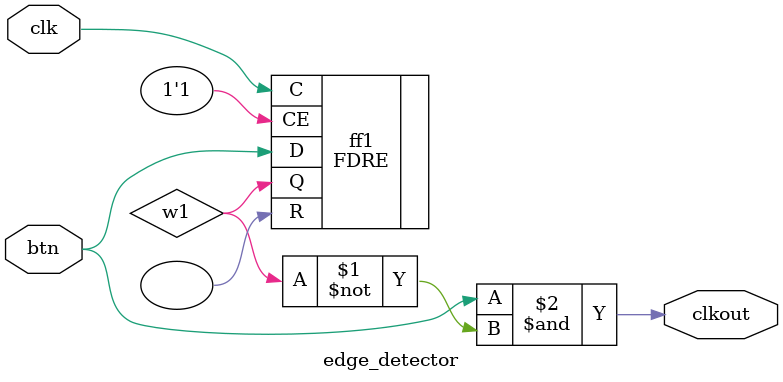
<source format=v>
`timescale 1ns / 1ps


module edge_detector(
    input btn, clk,
    output clkout
    );
    
    wire w1;
    FDRE #(.INIT(1'b0) ) ff1 (.C(clk), .R(), .CE(1'b1), .D(btn), .Q(w1));
    assign clkout = (btn & ~w1);
endmodule

</source>
